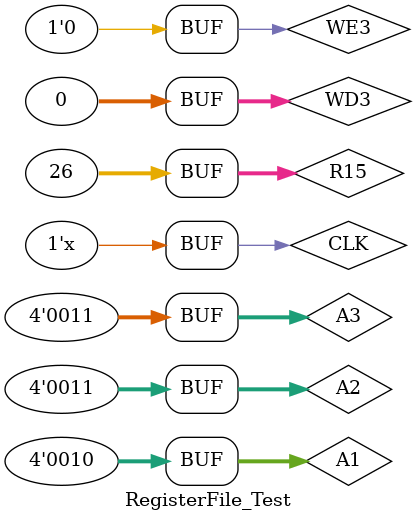
<source format=v>
`timescale 1ns / 1ps


module RegisterFile_Test;

	// Inputs
	reg [3:0] A1;
	reg [3:0] A2;
	reg [3:0] A3;
	reg [31:0] WD3;
	reg [31:0] R15;
	reg WE3;
	reg CLK;

	// Outputs
	wire [31:0] RD1;
	wire [31:0] RD2;

	// Instantiate the Unit Under Test (UUT)
	RegiterFile uut (
		.A1(A1), 
		.A2(A2), 
		.A3(A3), 
		.WD3(WD3), 
		.R15(R15), 
		.WE3(WE3), 
		.RD1(RD1), 
		.RD2(RD2), 
		.CLK(CLK)
	);

	initial begin
		// Initialize Inputs
		CLK = 1;
		A1 = 0;
		A2 = 0;
		A3 = 2;
		WD3 = 15;
		R15 = 24;
		WE3 = 1;

		// Wait 100 ns for global reset to finish
		#20;
		
		A1 = 1;
		A2 = 2;
		A3 = 3;
		WD3 = 70;
		R15 = 25;
		WE3 = 1;
		
		#20
		
		A1 = 2;
		A2 = 3;
		A3 = 3;
		WD3 = 0;
		R15 = 26;
		WE3 = 0;
		
        
		// Add stimulus here

	end
   
	always begin
		#10 CLK = !CLK;
	end
	
endmodule


</source>
